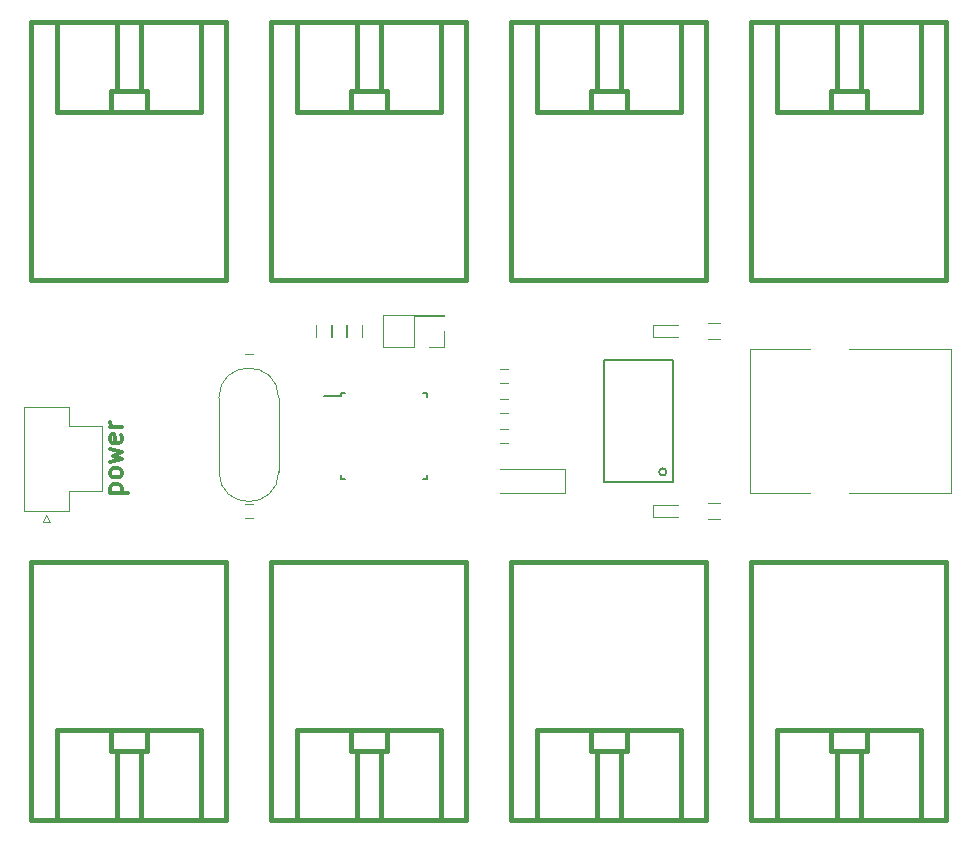
<source format=gbr>
G04 #@! TF.FileFunction,Legend,Top*
%FSLAX46Y46*%
G04 Gerber Fmt 4.6, Leading zero omitted, Abs format (unit mm)*
G04 Created by KiCad (PCBNEW 4.0.5) date 2017 May 26, Friday 10:14:16*
%MOMM*%
%LPD*%
G01*
G04 APERTURE LIST*
%ADD10C,0.100000*%
%ADD11C,0.300000*%
%ADD12C,0.120000*%
%ADD13C,0.152400*%
%ADD14C,0.150000*%
%ADD15C,0.381000*%
G04 APERTURE END LIST*
D10*
D11*
X77148571Y-67027857D02*
X78648571Y-67027857D01*
X77220000Y-67027857D02*
X77148571Y-66885000D01*
X77148571Y-66599286D01*
X77220000Y-66456429D01*
X77291429Y-66385000D01*
X77434286Y-66313571D01*
X77862857Y-66313571D01*
X78005714Y-66385000D01*
X78077143Y-66456429D01*
X78148571Y-66599286D01*
X78148571Y-66885000D01*
X78077143Y-67027857D01*
X78148571Y-65456428D02*
X78077143Y-65599286D01*
X78005714Y-65670714D01*
X77862857Y-65742143D01*
X77434286Y-65742143D01*
X77291429Y-65670714D01*
X77220000Y-65599286D01*
X77148571Y-65456428D01*
X77148571Y-65242143D01*
X77220000Y-65099286D01*
X77291429Y-65027857D01*
X77434286Y-64956428D01*
X77862857Y-64956428D01*
X78005714Y-65027857D01*
X78077143Y-65099286D01*
X78148571Y-65242143D01*
X78148571Y-65456428D01*
X77148571Y-64456428D02*
X78148571Y-64170714D01*
X77434286Y-63885000D01*
X78148571Y-63599285D01*
X77148571Y-63313571D01*
X78077143Y-62170714D02*
X78148571Y-62313571D01*
X78148571Y-62599285D01*
X78077143Y-62742142D01*
X77934286Y-62813571D01*
X77362857Y-62813571D01*
X77220000Y-62742142D01*
X77148571Y-62599285D01*
X77148571Y-62313571D01*
X77220000Y-62170714D01*
X77362857Y-62099285D01*
X77505714Y-62099285D01*
X77648571Y-62813571D01*
X78148571Y-61456428D02*
X77148571Y-61456428D01*
X77434286Y-61456428D02*
X77291429Y-61385000D01*
X77220000Y-61313571D01*
X77148571Y-61170714D01*
X77148571Y-61027857D01*
D12*
X89250000Y-56480000D02*
X88550000Y-56480000D01*
X88550000Y-55280000D02*
X89250000Y-55280000D01*
X89250000Y-69180000D02*
X88550000Y-69180000D01*
X88550000Y-67980000D02*
X89250000Y-67980000D01*
X115660000Y-67090000D02*
X110160000Y-67090000D01*
X115660000Y-64990000D02*
X110160000Y-64990000D01*
X115660000Y-67090000D02*
X115660000Y-64990000D01*
X110840000Y-62830000D02*
X110140000Y-62830000D01*
X110140000Y-61630000D02*
X110840000Y-61630000D01*
X110840000Y-60290000D02*
X110140000Y-60290000D01*
X110140000Y-59090000D02*
X110840000Y-59090000D01*
X110840000Y-57750000D02*
X110140000Y-57750000D01*
X110140000Y-56550000D02*
X110840000Y-56550000D01*
X123160000Y-68080000D02*
X123160000Y-69080000D01*
X123160000Y-69080000D02*
X125260000Y-69080000D01*
X123160000Y-68080000D02*
X125260000Y-68080000D01*
X123160000Y-52840000D02*
X123160000Y-53840000D01*
X123160000Y-53840000D02*
X125260000Y-53840000D01*
X123160000Y-52840000D02*
X125260000Y-52840000D01*
D13*
X118995000Y-66160000D02*
X118995000Y-55760000D01*
X118995000Y-55760000D02*
X124845000Y-55760000D01*
X124845000Y-55760000D02*
X124845000Y-66160000D01*
X124845000Y-66160000D02*
X118995000Y-66160000D01*
X124256800Y-65278000D02*
G75*
G03X124256800Y-65278000I-304800J0D01*
G01*
D12*
X139700000Y-67060000D02*
X148340000Y-67060000D01*
X131320000Y-67060000D02*
X136400000Y-67060000D01*
X139700000Y-54860000D02*
X148340000Y-54860000D01*
X131320000Y-54860000D02*
X136400000Y-54860000D01*
X148340000Y-54860000D02*
X148340000Y-67060000D01*
X131320000Y-67060000D02*
X131320000Y-54860000D01*
X95840000Y-53840000D02*
X95840000Y-52840000D01*
X97200000Y-52840000D02*
X97200000Y-53840000D01*
X94570000Y-53840000D02*
X94570000Y-52840000D01*
X95930000Y-52840000D02*
X95930000Y-53840000D01*
X97110000Y-53840000D02*
X97110000Y-52840000D01*
X98470000Y-52840000D02*
X98470000Y-53840000D01*
X127770000Y-67900000D02*
X128770000Y-67900000D01*
X128770000Y-69260000D02*
X127770000Y-69260000D01*
X128770000Y-54020000D02*
X127770000Y-54020000D01*
X127770000Y-52660000D02*
X128770000Y-52660000D01*
X91425000Y-59005000D02*
X91425000Y-65255000D01*
X86375000Y-59005000D02*
X86375000Y-65255000D01*
X86375000Y-59005000D02*
G75*
G02X91425000Y-59005000I2525000J0D01*
G01*
X86375000Y-65255000D02*
G75*
G03X91425000Y-65255000I2525000J0D01*
G01*
D14*
X96705000Y-58605000D02*
X96705000Y-58830000D01*
X103955000Y-58605000D02*
X103955000Y-58930000D01*
X103955000Y-65855000D02*
X103955000Y-65530000D01*
X96705000Y-65855000D02*
X96705000Y-65530000D01*
X96705000Y-58605000D02*
X97030000Y-58605000D01*
X96705000Y-65855000D02*
X97030000Y-65855000D01*
X103955000Y-65855000D02*
X103630000Y-65855000D01*
X103955000Y-58605000D02*
X103630000Y-58605000D01*
X96705000Y-58830000D02*
X95280000Y-58830000D01*
D12*
X105470000Y-52070000D02*
X105470000Y-52010000D01*
X105470000Y-52010000D02*
X100270000Y-52010000D01*
X100270000Y-52010000D02*
X100270000Y-54670000D01*
X100270000Y-54670000D02*
X102870000Y-54670000D01*
X102870000Y-54670000D02*
X102870000Y-52070000D01*
X102870000Y-52070000D02*
X105470000Y-52070000D01*
X105470000Y-53340000D02*
X105470000Y-54670000D01*
X105470000Y-54670000D02*
X104140000Y-54670000D01*
D15*
X72644000Y-34771000D02*
X72644000Y-27405000D01*
X84836000Y-34771000D02*
X84836000Y-27405000D01*
X86995000Y-27200000D02*
X86995000Y-49000000D01*
X86995000Y-48995000D02*
X70485000Y-48995000D01*
X70485000Y-49000000D02*
X70485000Y-27200000D01*
X86995000Y-27205000D02*
X70485000Y-27205000D01*
X77216000Y-32993000D02*
X80264000Y-32993000D01*
X77724000Y-32993000D02*
X77724000Y-27405000D01*
X77216000Y-34771000D02*
X77216000Y-32993000D01*
X80264000Y-32993000D02*
X80264000Y-34771000D01*
X79756000Y-27405000D02*
X79756000Y-32993000D01*
X84836000Y-34771000D02*
X72644000Y-34771000D01*
X92964000Y-34771000D02*
X92964000Y-27405000D01*
X105156000Y-34771000D02*
X105156000Y-27405000D01*
X107315000Y-27200000D02*
X107315000Y-49000000D01*
X107315000Y-48995000D02*
X90805000Y-48995000D01*
X90805000Y-49000000D02*
X90805000Y-27200000D01*
X107315000Y-27205000D02*
X90805000Y-27205000D01*
X97536000Y-32993000D02*
X100584000Y-32993000D01*
X98044000Y-32993000D02*
X98044000Y-27405000D01*
X97536000Y-34771000D02*
X97536000Y-32993000D01*
X100584000Y-32993000D02*
X100584000Y-34771000D01*
X100076000Y-27405000D02*
X100076000Y-32993000D01*
X105156000Y-34771000D02*
X92964000Y-34771000D01*
X113284000Y-34771000D02*
X113284000Y-27405000D01*
X125476000Y-34771000D02*
X125476000Y-27405000D01*
X127635000Y-27200000D02*
X127635000Y-49000000D01*
X127635000Y-48995000D02*
X111125000Y-48995000D01*
X111125000Y-49000000D02*
X111125000Y-27200000D01*
X127635000Y-27205000D02*
X111125000Y-27205000D01*
X117856000Y-32993000D02*
X120904000Y-32993000D01*
X118364000Y-32993000D02*
X118364000Y-27405000D01*
X117856000Y-34771000D02*
X117856000Y-32993000D01*
X120904000Y-32993000D02*
X120904000Y-34771000D01*
X120396000Y-27405000D02*
X120396000Y-32993000D01*
X125476000Y-34771000D02*
X113284000Y-34771000D01*
X133604000Y-34771000D02*
X133604000Y-27405000D01*
X145796000Y-34771000D02*
X145796000Y-27405000D01*
X147955000Y-27200000D02*
X147955000Y-49000000D01*
X147955000Y-48995000D02*
X131445000Y-48995000D01*
X131445000Y-49000000D02*
X131445000Y-27200000D01*
X147955000Y-27205000D02*
X131445000Y-27205000D01*
X138176000Y-32993000D02*
X141224000Y-32993000D01*
X138684000Y-32993000D02*
X138684000Y-27405000D01*
X138176000Y-34771000D02*
X138176000Y-32993000D01*
X141224000Y-32993000D02*
X141224000Y-34771000D01*
X140716000Y-27405000D02*
X140716000Y-32993000D01*
X145796000Y-34771000D02*
X133604000Y-34771000D01*
X84836000Y-87149000D02*
X84836000Y-94515000D01*
X72644000Y-87149000D02*
X72644000Y-94515000D01*
X70485000Y-94720000D02*
X70485000Y-72920000D01*
X70485000Y-72925000D02*
X86995000Y-72925000D01*
X86995000Y-72920000D02*
X86995000Y-94720000D01*
X70485000Y-94715000D02*
X86995000Y-94715000D01*
X80264000Y-88927000D02*
X77216000Y-88927000D01*
X79756000Y-88927000D02*
X79756000Y-94515000D01*
X80264000Y-87149000D02*
X80264000Y-88927000D01*
X77216000Y-88927000D02*
X77216000Y-87149000D01*
X77724000Y-94515000D02*
X77724000Y-88927000D01*
X72644000Y-87149000D02*
X84836000Y-87149000D01*
X105156000Y-87149000D02*
X105156000Y-94515000D01*
X92964000Y-87149000D02*
X92964000Y-94515000D01*
X90805000Y-94720000D02*
X90805000Y-72920000D01*
X90805000Y-72925000D02*
X107315000Y-72925000D01*
X107315000Y-72920000D02*
X107315000Y-94720000D01*
X90805000Y-94715000D02*
X107315000Y-94715000D01*
X100584000Y-88927000D02*
X97536000Y-88927000D01*
X100076000Y-88927000D02*
X100076000Y-94515000D01*
X100584000Y-87149000D02*
X100584000Y-88927000D01*
X97536000Y-88927000D02*
X97536000Y-87149000D01*
X98044000Y-94515000D02*
X98044000Y-88927000D01*
X92964000Y-87149000D02*
X105156000Y-87149000D01*
X125476000Y-87149000D02*
X125476000Y-94515000D01*
X113284000Y-87149000D02*
X113284000Y-94515000D01*
X111125000Y-94720000D02*
X111125000Y-72920000D01*
X111125000Y-72925000D02*
X127635000Y-72925000D01*
X127635000Y-72920000D02*
X127635000Y-94720000D01*
X111125000Y-94715000D02*
X127635000Y-94715000D01*
X120904000Y-88927000D02*
X117856000Y-88927000D01*
X120396000Y-88927000D02*
X120396000Y-94515000D01*
X120904000Y-87149000D02*
X120904000Y-88927000D01*
X117856000Y-88927000D02*
X117856000Y-87149000D01*
X118364000Y-94515000D02*
X118364000Y-88927000D01*
X113284000Y-87149000D02*
X125476000Y-87149000D01*
X145796000Y-87149000D02*
X145796000Y-94515000D01*
X133604000Y-87149000D02*
X133604000Y-94515000D01*
X131445000Y-94720000D02*
X131445000Y-72920000D01*
X131445000Y-72925000D02*
X147955000Y-72925000D01*
X147955000Y-72920000D02*
X147955000Y-94720000D01*
X131445000Y-94715000D02*
X147955000Y-94715000D01*
X141224000Y-88927000D02*
X138176000Y-88927000D01*
X140716000Y-88927000D02*
X140716000Y-94515000D01*
X141224000Y-87149000D02*
X141224000Y-88927000D01*
X138176000Y-88927000D02*
X138176000Y-87149000D01*
X138684000Y-94515000D02*
X138684000Y-88927000D01*
X133604000Y-87149000D02*
X145796000Y-87149000D01*
D12*
X69865000Y-64175000D02*
X69865000Y-68545000D01*
X69865000Y-68545000D02*
X73645000Y-68545000D01*
X73645000Y-68545000D02*
X73645000Y-66925000D01*
X73645000Y-66925000D02*
X76505000Y-66925000D01*
X76505000Y-66925000D02*
X76505000Y-64175000D01*
X69865000Y-64175000D02*
X69865000Y-59805000D01*
X69865000Y-59805000D02*
X73645000Y-59805000D01*
X73645000Y-59805000D02*
X73645000Y-61425000D01*
X73645000Y-61425000D02*
X76505000Y-61425000D01*
X76505000Y-61425000D02*
X76505000Y-64175000D01*
X71755000Y-68895000D02*
X72055000Y-69495000D01*
X72055000Y-69495000D02*
X71455000Y-69495000D01*
X71455000Y-69495000D02*
X71755000Y-68895000D01*
M02*

</source>
